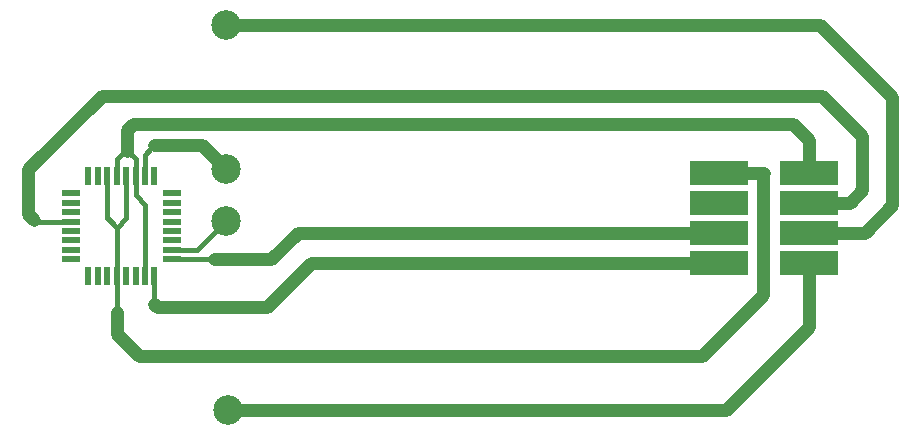
<source format=gbr>
G04 #@! TF.FileFunction,Copper,L2,Bot,Signal*
%FSLAX46Y46*%
G04 Gerber Fmt 4.6, Leading zero omitted, Abs format (unit mm)*
G04 Created by KiCad (PCBNEW 4.0.5+dfsg1-4) date Mon Oct 30 15:12:04 2017*
%MOMM*%
%LPD*%
G01*
G04 APERTURE LIST*
%ADD10C,0.100000*%
%ADD11R,5.000000X2.100000*%
%ADD12R,0.550000X1.600000*%
%ADD13R,1.600000X0.550000*%
%ADD14C,2.499360*%
%ADD15C,0.420000*%
%ADD16C,0.400000*%
%ADD17C,1.100000*%
%ADD18C,0.200000*%
G04 APERTURE END LIST*
D10*
D11*
X66593100Y26240000D03*
X66593100Y28780000D03*
X66593100Y31320000D03*
X66593100Y33860000D03*
X74213100Y26240000D03*
X74213100Y28780000D03*
X74213100Y31320000D03*
X74213100Y33860000D03*
X74213100Y33860000D03*
X74213100Y31320000D03*
X74213100Y28780000D03*
X74213100Y26240000D03*
X66593100Y33860000D03*
X66593100Y31320000D03*
X66593100Y28780000D03*
X66593100Y26240000D03*
D12*
X13202000Y33587000D03*
X14002000Y33587000D03*
X14802000Y33587000D03*
X15602000Y33587000D03*
X16402000Y33587000D03*
X17202000Y33587000D03*
X18002000Y33587000D03*
X18802000Y33587000D03*
D13*
X20252000Y32137000D03*
X20252000Y31337000D03*
X20252000Y30537000D03*
X20252000Y29737000D03*
X20252000Y28937000D03*
X20252000Y28137000D03*
X20252000Y27337000D03*
X20252000Y26537000D03*
D12*
X18802000Y25087000D03*
X18002000Y25087000D03*
X17202000Y25087000D03*
X16402000Y25087000D03*
X15602000Y25087000D03*
X14802000Y25087000D03*
X14002000Y25087000D03*
X13202000Y25087000D03*
D13*
X11752000Y26537000D03*
X11752000Y27337000D03*
X11752000Y28137000D03*
X11752000Y28937000D03*
X11752000Y29737000D03*
X11752000Y30537000D03*
X11752000Y31337000D03*
X11752000Y32137000D03*
D14*
X24892000Y46355000D03*
X24892000Y34163000D03*
X25019000Y13792200D03*
X24892000Y29819600D03*
D15*
X17202000Y33587000D02*
X17202000Y34995000D01*
X17202000Y34995000D02*
X16510000Y35687000D01*
D16*
X17202000Y33587000D02*
X17202000Y31947000D01*
X17202000Y31947000D02*
X18002000Y31147000D01*
X18002000Y31147000D02*
X18002000Y25087000D01*
X16510000Y35687000D02*
X16281400Y35687000D01*
X15602000Y35007600D02*
X15602000Y33587000D01*
X16281400Y35687000D02*
X15602000Y35007600D01*
X17202000Y34995000D02*
X16510000Y35687000D01*
D17*
X16510000Y35687000D02*
X16510000Y37465000D01*
D18*
X17202000Y34995000D02*
X16510000Y35687000D01*
D17*
X74213100Y33860000D02*
X74213100Y36657900D01*
X74213100Y36657900D02*
X72898000Y37973000D01*
X17018000Y37973000D02*
X16510000Y37465000D01*
X72898000Y37973000D02*
X17018000Y37973000D01*
D18*
X18002000Y31147000D02*
X18002000Y25087000D01*
X17202000Y31947000D02*
X18002000Y31147000D01*
D15*
X15602000Y25087000D02*
X15602000Y21698000D01*
X16402000Y33587000D02*
X16402000Y30029000D01*
X16402000Y30029000D02*
X15602000Y29229000D01*
X14802000Y33587000D02*
X14802000Y30029000D01*
X14802000Y30029000D02*
X14998700Y29832300D01*
X14998700Y29832300D02*
X15602000Y29229000D01*
X15602000Y25087000D02*
X15602000Y29229000D01*
D16*
X14802000Y30029000D02*
X15602000Y29229000D01*
X15602000Y29229000D02*
X16402000Y30029000D01*
X15602000Y21698000D02*
X15595600Y21691600D01*
D17*
X70381600Y33860000D02*
X70358000Y33836400D01*
X66593100Y33860000D02*
X70381600Y33860000D01*
X15595600Y20218400D02*
X15595600Y21691600D01*
X17500600Y18313400D02*
X15595600Y20218400D01*
X65176400Y18313400D02*
X17500600Y18313400D01*
X70358000Y23495000D02*
X65176400Y18313400D01*
X70358000Y33836400D02*
X70358000Y23495000D01*
X15595600Y21691600D02*
X15595600Y22098000D01*
D18*
X14802000Y30029000D02*
X15602000Y29229000D01*
X15494000Y24979000D02*
X15602000Y25087000D01*
D15*
X20252000Y27337000D02*
X22409400Y27337000D01*
X22409400Y27337000D02*
X24892000Y29819600D01*
D16*
X22409400Y27337000D02*
X24892000Y29819600D01*
D18*
X24892000Y29819600D02*
X24866600Y29819600D01*
X24866600Y29819600D02*
X22352000Y27305000D01*
X22352000Y27305000D02*
X20284000Y27305000D01*
X20284000Y27305000D02*
X20252000Y27337000D01*
D15*
X20252000Y26537000D02*
X23799800Y26537000D01*
X23799800Y26537000D02*
X23958200Y26695400D01*
X23977600Y26695400D02*
X23799800Y26695400D01*
X23958200Y26695400D02*
X23977600Y26695400D01*
D16*
X20252000Y26537000D02*
X23489000Y26537000D01*
X23799800Y26847800D02*
X23799800Y26695400D01*
X23799800Y26695400D02*
X23799800Y26537000D01*
X23489000Y26537000D02*
X23799800Y26847800D01*
D17*
X23799800Y26537000D02*
X28696000Y26537000D01*
X28696000Y26537000D02*
X30939000Y28780000D01*
X30939000Y28780000D02*
X66593100Y28780000D01*
D18*
X66593100Y28780000D02*
X30939000Y28780000D01*
X30939000Y28780000D02*
X28696000Y26537000D01*
D15*
X18802000Y25087000D02*
X18802000Y22727000D01*
X18802000Y22727000D02*
X18796000Y22733000D01*
D17*
X19050000Y22479000D02*
X18796000Y22733000D01*
X19304000Y22479000D02*
X19050000Y22479000D01*
D16*
X18802000Y22727000D02*
X18802000Y22981000D01*
D17*
X66593100Y26240000D02*
X32053000Y26240000D01*
X32053000Y26240000D02*
X28292000Y22479000D01*
X28292000Y22479000D02*
X19304000Y22479000D01*
D18*
X19304000Y22479000D02*
X28292000Y22479000D01*
X28292000Y22479000D02*
X28448000Y22635000D01*
X28448000Y22635000D02*
X28448000Y22733000D01*
X28448000Y22733000D02*
X28448000Y22635000D01*
X32053000Y26240000D02*
X28448000Y22635000D01*
X19304000Y22479000D02*
X18802000Y22981000D01*
D15*
X18002000Y35401000D02*
X18796000Y36195000D01*
X18002000Y33587000D02*
X18002000Y35401000D01*
X18002000Y35401000D02*
X18288000Y35687000D01*
D17*
X24892000Y34163000D02*
X22860000Y36195000D01*
X22860000Y36195000D02*
X18796000Y36195000D01*
D18*
X18034000Y35433000D02*
X18034000Y33619000D01*
X18796000Y36195000D02*
X18288000Y35687000D01*
X18288000Y35687000D02*
X18034000Y35433000D01*
X22860000Y36195000D02*
X18796000Y36195000D01*
X18034000Y33619000D02*
X18002000Y33587000D01*
D17*
X74676000Y40386000D02*
X75311000Y40386000D01*
X8128000Y30353000D02*
X8636000Y29845000D01*
X78740000Y32385000D02*
X78740000Y36957000D01*
X77675000Y31320000D02*
X78740000Y32385000D01*
X74213100Y31320000D02*
X77675000Y31320000D01*
X8128000Y33909000D02*
X8128000Y30353000D01*
X74676000Y40386000D02*
X15240000Y40386000D01*
X14351000Y40386000D02*
X8128000Y34163000D01*
X8128000Y34163000D02*
X8128000Y33909000D01*
X15240000Y40386000D02*
X14351000Y40386000D01*
X75311000Y40386000D02*
X78740000Y36957000D01*
D16*
X11752000Y29737000D02*
X8744000Y29737000D01*
X8744000Y29737000D02*
X8636000Y29845000D01*
D18*
X11752000Y29737000D02*
X8274000Y29737000D01*
X8274000Y29737000D02*
X8382000Y29845000D01*
X8382000Y29845000D02*
X8636000Y29845000D01*
D17*
X74213100Y28780000D02*
X78945000Y28780000D01*
X75184000Y46355000D02*
X24892000Y46355000D01*
X81280000Y40259000D02*
X75184000Y46355000D01*
X81280000Y31115000D02*
X81280000Y40259000D01*
X78945000Y28780000D02*
X81280000Y31115000D01*
X74213100Y26240000D02*
X74213100Y20847700D01*
X67157600Y13792200D02*
X25019000Y13792200D01*
X74213100Y20847700D02*
X67157600Y13792200D01*
M02*

</source>
